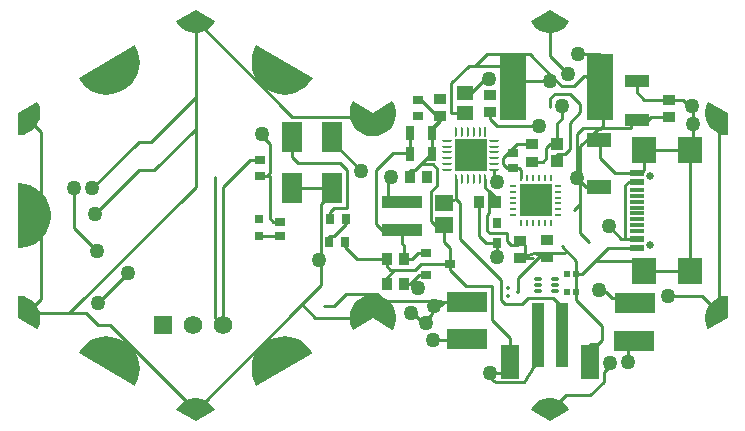
<source format=gbr>
G04*
G04 #@! TF.GenerationSoftware,Altium Limited,Altium Designer,25.8.1 (18)*
G04*
G04 Layer_Physical_Order=1*
G04 Layer_Color=255*
%FSLAX44Y44*%
%MOMM*%
G71*
G04*
G04 #@! TF.SameCoordinates,1DE417C5-642A-4503-87AC-C91C357E1F8F*
G04*
G04*
G04 #@! TF.FilePolarity,Positive*
G04*
G01*
G75*
%ADD15C,0.2540*%
%ADD18R,2.0500X1.1000*%
%ADD19R,0.2500X0.6000*%
%ADD20R,0.6000X0.2500*%
%ADD21R,2.7000X2.7000*%
G04:AMPARAMS|DCode=22|XSize=1mm|YSize=1mm|CornerRadius=0.5mm|HoleSize=0mm|Usage=FLASHONLY|Rotation=30.000|XOffset=0mm|YOffset=0mm|HoleType=Round|Shape=RoundedRectangle|*
%AMROUNDEDRECTD22*
21,1,1.0000,0.0000,0,0,30.0*
21,1,0.0000,1.0000,0,0,30.0*
1,1,1.0000,0.0000,0.0000*
1,1,1.0000,0.0000,0.0000*
1,1,1.0000,0.0000,0.0000*
1,1,1.0000,0.0000,0.0000*
%
%ADD22ROUNDEDRECTD22*%
%ADD23R,1.0500X1.0000*%
G04:AMPARAMS|DCode=24|XSize=1mm|YSize=1mm|CornerRadius=0.5mm|HoleSize=0mm|Usage=FLASHONLY|Rotation=90.000|XOffset=0mm|YOffset=0mm|HoleType=Round|Shape=RoundedRectangle|*
%AMROUNDEDRECTD24*
21,1,1.0000,0.0000,0,0,90.0*
21,1,0.0000,1.0000,0,0,90.0*
1,1,1.0000,0.0000,0.0000*
1,1,1.0000,0.0000,0.0000*
1,1,1.0000,0.0000,0.0000*
1,1,1.0000,0.0000,0.0000*
%
%ADD24ROUNDEDRECTD24*%
%ADD25R,1.0500X0.9500*%
G04:AMPARAMS|DCode=26|XSize=1mm|YSize=1mm|CornerRadius=0.5mm|HoleSize=0mm|Usage=FLASHONLY|Rotation=330.000|XOffset=0mm|YOffset=0mm|HoleType=Round|Shape=RoundedRectangle|*
%AMROUNDEDRECTD26*
21,1,1.0000,0.0000,0,0,330.0*
21,1,0.0000,1.0000,0,0,330.0*
1,1,1.0000,0.0000,0.0000*
1,1,1.0000,0.0000,0.0000*
1,1,1.0000,0.0000,0.0000*
1,1,1.0000,0.0000,0.0000*
%
%ADD26ROUNDEDRECTD26*%
%ADD27R,1.7500X2.6500*%
%ADD28R,1.0000X5.5000*%
%ADD29R,1.6000X3.0000*%
%ADD30R,0.8500X0.7500*%
%ADD31R,2.3000X5.6000*%
%ADD32R,0.8000X0.9000*%
%ADD33R,2.1000X1.2700*%
%ADD34R,3.4300X1.7800*%
%ADD35R,0.5153X0.4725*%
G04:AMPARAMS|DCode=36|XSize=0.67mm|YSize=0.3mm|CornerRadius=0.0495mm|HoleSize=0mm|Usage=FLASHONLY|Rotation=0.000|XOffset=0mm|YOffset=0mm|HoleType=Round|Shape=RoundedRectangle|*
%AMROUNDEDRECTD36*
21,1,0.6700,0.2010,0,0,0.0*
21,1,0.5710,0.3000,0,0,0.0*
1,1,0.0990,0.2855,-0.1005*
1,1,0.0990,-0.2855,-0.1005*
1,1,0.0990,-0.2855,0.1005*
1,1,0.0990,0.2855,0.1005*
%
%ADD36ROUNDEDRECTD36*%
G04:AMPARAMS|DCode=37|XSize=0.3mm|YSize=0.3mm|CornerRadius=0.0495mm|HoleSize=0mm|Usage=FLASHONLY|Rotation=270.000|XOffset=0mm|YOffset=0mm|HoleType=Round|Shape=RoundedRectangle|*
%AMROUNDEDRECTD37*
21,1,0.3000,0.2010,0,0,270.0*
21,1,0.2010,0.3000,0,0,270.0*
1,1,0.0990,-0.1005,-0.1005*
1,1,0.0990,-0.1005,0.1005*
1,1,0.0990,0.1005,0.1005*
1,1,0.0990,0.1005,-0.1005*
%
%ADD37ROUNDEDRECTD37*%
%ADD38R,0.9000X0.8000*%
%ADD39R,0.9500X1.0500*%
%ADD40R,1.5000X1.4000*%
%ADD41R,0.2393X0.8291*%
G04:AMPARAMS|DCode=42|XSize=0.8291mm|YSize=0.2393mm|CornerRadius=0.1196mm|HoleSize=0mm|Usage=FLASHONLY|Rotation=270.000|XOffset=0mm|YOffset=0mm|HoleType=Round|Shape=RoundedRectangle|*
%AMROUNDEDRECTD42*
21,1,0.8291,0.0000,0,0,270.0*
21,1,0.5898,0.2393,0,0,270.0*
1,1,0.2393,0.0000,-0.2949*
1,1,0.2393,0.0000,0.2949*
1,1,0.2393,0.0000,0.2949*
1,1,0.2393,0.0000,-0.2949*
%
%ADD42ROUNDEDRECTD42*%
G04:AMPARAMS|DCode=43|XSize=0.2393mm|YSize=0.8291mm|CornerRadius=0.1196mm|HoleSize=0mm|Usage=FLASHONLY|Rotation=270.000|XOffset=0mm|YOffset=0mm|HoleType=Round|Shape=RoundedRectangle|*
%AMROUNDEDRECTD43*
21,1,0.2393,0.5898,0,0,270.0*
21,1,0.0000,0.8291,0,0,270.0*
1,1,0.2393,-0.2949,0.0000*
1,1,0.2393,-0.2949,0.0000*
1,1,0.2393,0.2949,0.0000*
1,1,0.2393,0.2949,0.0000*
%
%ADD43ROUNDEDRECTD43*%
%ADD44R,1.4562X1.2546*%
%ADD45R,0.8121X0.6587*%
%ADD46R,0.7000X1.3000*%
%ADD47R,0.8900X0.6400*%
%ADD48R,0.6587X0.8121*%
%ADD49R,1.1500X0.3000*%
%ADD50R,1.1500X0.6000*%
%ADD51R,2.0000X2.1800*%
%ADD52R,3.4000X0.9800*%
%ADD53R,0.9500X0.8000*%
%ADD54R,0.8000X0.8000*%
%ADD64R,2.8000X2.8000*%
%ADD67C,0.6500*%
%ADD68C,1.5700*%
%ADD69R,1.5700X1.5700*%
%ADD71C,1.2700*%
G36*
X163910Y164387D02*
X163116Y162923D01*
X161034Y160324D01*
X158522Y158138D01*
X155660Y156435D01*
X152541Y155268D01*
X149264Y154675D01*
X145934D01*
X142657Y155268D01*
X139538Y156435D01*
X136677Y158138D01*
X134165Y160324D01*
X132082Y162923D01*
X131289Y164387D01*
X131289Y164387D01*
X147599Y173778D01*
X163910Y164387D01*
D02*
G37*
G36*
X-136089D02*
X-136883Y162923D01*
X-138966Y160324D01*
X-141478Y158138D01*
X-144339Y156435D01*
X-147458Y155268D01*
X-150735Y154675D01*
X-154065D01*
X-157342Y155268D01*
X-160461Y156435D01*
X-163322Y158138D01*
X-165834Y160324D01*
X-167917Y162923D01*
X-168711Y164387D01*
X-168710Y164387D01*
X-152400Y173778D01*
X-136089Y164387D01*
D02*
G37*
G36*
X-53382Y116601D02*
X-54443Y114685D01*
X-57145Y111236D01*
X-60359Y108258D01*
X-64004Y105827D01*
X-67987Y104003D01*
X-72209Y102831D01*
X-76563Y102343D01*
X-80940Y102550D01*
X-85228Y103447D01*
X-89321Y105010D01*
X-93115Y107202D01*
X-96514Y109967D01*
X-99432Y113234D01*
X-101798Y116923D01*
X-103549Y120939D01*
X-104643Y125181D01*
X-105052Y129543D01*
X-104766Y133915D01*
X-103791Y138187D01*
X-102153Y142250D01*
X-101023Y144127D01*
X-101023D01*
X-53382Y116601D01*
D02*
G37*
G36*
X-202692Y142205D02*
X-201056Y138140D01*
X-200084Y133868D01*
X-199801Y129496D01*
X-200212Y125134D01*
X-201309Y120892D01*
X-203063Y116877D01*
X-205431Y113190D01*
X-208351Y109925D01*
X-211752Y107162D01*
X-215547Y104973D01*
X-219641Y103411D01*
X-223930Y102517D01*
X-228307Y102313D01*
X-232660Y102804D01*
X-236882Y103978D01*
X-240864Y105805D01*
X-244507Y108239D01*
X-247719Y111219D01*
X-250419Y114669D01*
X-251479Y116586D01*
X-251479Y116586D01*
X-203821Y144082D01*
X-202692Y142205D01*
D02*
G37*
G36*
X298130Y86890D02*
X298152Y68069D01*
X296488Y68025D01*
X293196Y68529D01*
X290047Y69612D01*
X287141Y71238D01*
X284571Y73355D01*
X282419Y75897D01*
X280753Y78781D01*
X279629Y81915D01*
X279080Y85200D01*
X279125Y88529D01*
X279762Y91798D01*
X280971Y94901D01*
X281842Y96320D01*
X281842D01*
X298130Y86890D01*
D02*
G37*
G36*
X-285738Y94901D02*
X-284529Y91798D01*
X-283892Y88529D01*
X-283847Y85200D01*
X-284396Y81915D01*
X-285521Y78781D01*
X-287186Y75897D01*
X-289338Y73355D01*
X-291908Y71238D01*
X-294814Y69612D01*
X-297964Y68529D01*
X-301255Y68025D01*
X-302920Y68069D01*
Y68069D01*
X-302897Y86890D01*
X-286609Y96320D01*
X-285738Y94901D01*
D02*
G37*
G36*
X-2400Y87176D02*
X14278Y96781D01*
X15189Y95288D01*
X16452Y92025D01*
X17114Y88590D01*
X17155Y85092D01*
X16573Y81642D01*
X15387Y78351D01*
X13634Y75323D01*
X11371Y72655D01*
X8669Y70432D01*
X5615Y68726D01*
X2306Y67589D01*
X-1152Y67059D01*
X-2400Y67093D01*
X-3649Y67059D01*
X-7107Y67589D01*
X-10416Y68726D01*
X-13470Y70432D01*
X-16171Y72655D01*
X-18435Y75323D01*
X-20187Y78351D01*
X-21374Y81642D01*
X-21956Y85092D01*
X-21915Y88590D01*
X-21253Y92025D01*
X-19990Y95288D01*
X-19079Y96781D01*
Y96781D01*
X-2400Y87176D01*
D02*
G37*
G36*
X-296410Y26904D02*
X-292224Y25609D01*
X-288296Y23669D01*
X-284724Y21131D01*
X-281599Y18060D01*
X-278999Y14534D01*
X-276990Y10640D01*
X-275622Y6478D01*
X-274930Y2152D01*
X-274932Y-2230D01*
X-275626Y-6556D01*
X-276997Y-10717D01*
X-279008Y-14609D01*
X-281610Y-18134D01*
X-284737Y-21203D01*
X-288311Y-23738D01*
X-292240Y-25676D01*
X-296427Y-26968D01*
X-300765Y-27581D01*
X-302955Y-27541D01*
Y-27541D01*
X-302938Y27480D01*
X-300748Y27520D01*
X-296410Y26904D01*
D02*
G37*
G36*
X2306Y-67589D02*
X5615Y-68726D01*
X8669Y-70432D01*
X11371Y-72655D01*
X13634Y-75323D01*
X15387Y-78351D01*
X16573Y-81642D01*
X17155Y-85092D01*
X17114Y-88590D01*
X16452Y-92025D01*
X15189Y-95288D01*
X14278Y-96781D01*
X-2400Y-87176D01*
X-19079Y-96781D01*
X-19990Y-95288D01*
X-21253Y-92025D01*
X-21915Y-88590D01*
X-21956Y-85092D01*
X-21374Y-81642D01*
X-20187Y-78351D01*
X-18435Y-75323D01*
X-16171Y-72655D01*
X-13470Y-70432D01*
X-10416Y-68726D01*
X-7107Y-67589D01*
X-3649Y-67059D01*
X-2400Y-67093D01*
X-1152Y-67059D01*
X2306Y-67589D01*
D02*
G37*
G36*
X298152Y-68069D02*
X298152Y-68069D01*
X298130Y-86890D01*
X281842Y-96320D01*
X280971Y-94901D01*
X279762Y-91798D01*
X279125Y-88529D01*
X279080Y-85200D01*
X279629Y-81915D01*
X280753Y-78781D01*
X282419Y-75897D01*
X284571Y-73355D01*
X287141Y-71238D01*
X290047Y-69612D01*
X293196Y-68529D01*
X296488Y-68025D01*
X298152Y-68069D01*
D02*
G37*
G36*
X-297964Y-68529D02*
X-294814Y-69612D01*
X-291908Y-71238D01*
X-289338Y-73355D01*
X-287186Y-75897D01*
X-285521Y-78781D01*
X-284396Y-81915D01*
X-283847Y-85200D01*
X-283892Y-88529D01*
X-284529Y-91798D01*
X-285738Y-94901D01*
X-286609Y-96320D01*
X-286609Y-96320D01*
X-302897Y-86890D01*
X-302920Y-68069D01*
X-301255Y-68025D01*
X-297964Y-68529D01*
D02*
G37*
G36*
X14278Y-96781D02*
X14278D01*
D01*
X14278D01*
D02*
G37*
G36*
X-72140Y-102804D02*
X-67918Y-103978D01*
X-63936Y-105805D01*
X-60293Y-108239D01*
X-57081Y-111219D01*
X-54381Y-114669D01*
X-53321Y-116586D01*
X-100979Y-144082D01*
X-102108Y-142205D01*
X-103744Y-138140D01*
X-104716Y-133868D01*
X-105000Y-129496D01*
X-104588Y-125134D01*
X-103491Y-120892D01*
X-101737Y-116877D01*
X-99369Y-113190D01*
X-96449Y-109925D01*
X-93048Y-107162D01*
X-89253Y-104973D01*
X-85159Y-103411D01*
X-80870Y-102517D01*
X-76493Y-102313D01*
X-72140Y-102804D01*
D02*
G37*
G36*
X-223860Y-102550D02*
X-219572Y-103447D01*
X-215479Y-105011D01*
X-211685Y-107202D01*
X-208286Y-109967D01*
X-205368Y-113234D01*
X-203002Y-116923D01*
X-201251Y-120939D01*
X-200157Y-125181D01*
X-199748Y-129543D01*
X-200034Y-133915D01*
X-201009Y-138187D01*
X-202647Y-142250D01*
X-203777Y-144127D01*
Y-144127D01*
X-251418Y-116601D01*
X-250357Y-114685D01*
X-247655Y-111236D01*
X-244441Y-108259D01*
X-240796Y-105827D01*
X-236813Y-104003D01*
X-232591Y-102831D01*
X-228237Y-102343D01*
X-223860Y-102550D01*
D02*
G37*
G36*
X152541Y-155268D02*
X155660Y-156435D01*
X158522Y-158139D01*
X161034Y-160324D01*
X163116Y-162923D01*
X163910Y-164387D01*
X147599Y-173778D01*
X131289Y-164387D01*
X132082Y-162923D01*
X134165Y-160324D01*
X136677Y-158139D01*
X139538Y-156435D01*
X142657Y-155268D01*
X145934Y-154675D01*
X149264D01*
X152541Y-155268D01*
D02*
G37*
G36*
X-147458D02*
X-144339Y-156435D01*
X-141478Y-158139D01*
X-138966Y-160324D01*
X-136883Y-162923D01*
X-136089Y-164387D01*
X-152400Y-173778D01*
X-168711Y-164387D01*
X-167917Y-162923D01*
X-165834Y-160324D01*
X-163322Y-158139D01*
X-160461Y-156435D01*
X-157342Y-155268D01*
X-154065Y-154675D01*
X-150735D01*
X-147458Y-155268D01*
D02*
G37*
D15*
X-239941Y22954D02*
X-200684Y62211D01*
X-190264D01*
X-255344Y-10876D02*
X-235816Y-30404D01*
X-255344Y-10876D02*
Y23504D01*
X-237741Y1501D02*
X-200679Y38562D01*
X-187243D01*
X-190264Y62211D02*
X-152400Y100075D01*
X-187243Y38562D02*
X-152400Y73405D01*
X173143Y31926D02*
Y58516D01*
Y29108D02*
Y31926D01*
Y9321D02*
Y29108D01*
X178054Y24196D02*
X189532D01*
X170325Y31926D02*
Y68579D01*
Y31926D02*
X173143Y29108D01*
X178054Y24196D01*
X29464Y-58343D02*
X37133Y-50675D01*
X190126Y73587D02*
X190706Y74167D01*
X23795Y-58343D02*
X29464D01*
X96666Y-132951D02*
X98384Y-134670D01*
X38328Y-41175D02*
X63078D01*
X33020Y-46483D02*
X38328Y-41175D01*
X32434Y-58343D02*
X35814Y-61723D01*
X37133Y-50675D02*
X43078D01*
X190706Y74167D02*
X216408D01*
X175913D02*
X190706D01*
X188214Y73587D02*
X190126D01*
X29464Y-58343D02*
X32434D01*
X170325Y68579D02*
X175913Y74167D01*
X173143Y58516D02*
X188214Y73587D01*
X15494Y-46483D02*
X33020D01*
X98384Y-134670D02*
Y-134670D01*
X42527Y-88440D02*
X47734Y-83233D01*
X31854Y-82655D02*
X40389Y-91189D01*
X51262Y-77777D02*
X54019D01*
X42527Y-89270D02*
Y-88440D01*
Y-91189D02*
Y-89270D01*
X47734Y-83233D02*
Y-81305D01*
X29716Y-82655D02*
X31854D01*
X42527Y-88440D02*
X47734Y-83233D01*
X52427Y-76612D02*
X52435D01*
X40389Y-91189D02*
X42527D01*
Y-89270D02*
Y-88440D01*
X47734Y-83233D02*
Y-81305D01*
X51262Y-77777D01*
X47734Y-81305D02*
X52427Y-76612D01*
X54019D02*
Y-76553D01*
X52435Y-76612D02*
X54019D01*
X48948Y-105401D02*
X77152D01*
X77687Y-104866D01*
X53228Y-75820D02*
X55626Y-73421D01*
X52435Y-76612D02*
X53228Y-75820D01*
X49678Y-76612D02*
X52435D01*
X7733Y-72505D02*
X49678D01*
X54371Y-76201D02*
X55626D01*
X49678Y-72505D02*
X55626D01*
X54019Y-76553D02*
X54371Y-76201D01*
X55626Y-73421D02*
Y-72505D01*
X219161Y-38931D02*
X227120Y-46890D01*
X174734Y-49906D02*
X185709Y-38931D01*
X219161D01*
X185709D02*
X196850Y-27790D01*
X199804Y-69687D02*
X214454D01*
X191344Y-65079D02*
X195195D01*
X189400Y-63134D02*
X191344Y-65079D01*
X195195D02*
X199804Y-69687D01*
X214454D02*
X219276Y-74509D01*
X102151Y-141083D02*
X124909D01*
X125340Y-140652D01*
X133800Y-127804D01*
X137530Y-101574D01*
X98384Y-134670D02*
X99872Y-133182D01*
X106800D01*
X113530Y-124074D01*
X97333Y-137825D02*
Y-135721D01*
Y-137825D02*
X98821Y-139313D01*
X102151Y-141083D01*
X97333Y-135721D02*
X98384Y-134670D01*
X113530Y-124074D02*
Y-103371D01*
X160985Y-152212D02*
X181780D01*
X147998Y-165199D02*
X160985Y-152212D01*
X181780D02*
X193340Y-140652D01*
X147599Y-165199D02*
X147998D01*
X193340Y-132880D02*
X198420Y-127800D01*
X193340Y-140652D02*
Y-132880D01*
X213609Y-123810D02*
Y-110681D01*
X198420Y-127800D02*
Y-125050D01*
X213609Y-110681D02*
X218405Y-105886D01*
X169537Y-64875D02*
Y-57659D01*
Y-71748D02*
X191770Y-93981D01*
X169537Y-71748D02*
Y-64875D01*
X191770Y-105411D02*
Y-93981D01*
X226959Y98160D02*
X259970D01*
X181530Y-108967D02*
X188214D01*
X181530Y-124074D02*
Y-108967D01*
X188214D02*
X191770Y-105411D01*
X247985Y-68360D02*
X276460D01*
X290700Y-82601D01*
X268888Y57779D02*
Y77688D01*
X266419Y55310D02*
X268888Y57779D01*
X268486Y78091D02*
Y92394D01*
Y78091D02*
X268888Y77688D01*
X268083Y92796D02*
X268486Y92394D01*
X266419Y-46890D02*
Y55310D01*
X265334Y92796D02*
X268083D01*
X259970Y98160D02*
X265334Y92796D01*
X-95768Y66887D02*
Y69043D01*
X-89662Y35559D02*
Y60781D01*
X-95768Y66887D02*
X-89662Y60781D01*
X220980Y104139D02*
Y114080D01*
X190246Y60634D02*
Y63796D01*
Y48259D02*
Y60634D01*
X187453Y63427D02*
X190246Y60634D01*
X153565Y52187D02*
X160796D01*
X134130Y-32103D02*
X160054D01*
X126746Y-34416D02*
Y-25311D01*
Y-35695D02*
Y-34416D01*
X134130Y-32103D01*
X122664Y-35695D02*
X126746Y-34416D01*
X96012Y2031D02*
Y20319D01*
X54931Y80166D02*
Y80605D01*
X48169Y52164D02*
Y73405D01*
X44196Y49275D02*
X48169D01*
X38100Y43179D02*
X44196Y49275D01*
X33020Y38099D02*
X38100Y43179D01*
X29179Y38099D02*
X33020D01*
X-92207Y33014D02*
X-89662D01*
X-98154D02*
X-92207D01*
X96012Y20319D02*
X101885Y14446D01*
X92964Y23367D02*
X96012Y20319D01*
X12597Y-46483D02*
X15494D01*
X-152400Y73405D02*
Y100075D01*
Y24333D02*
Y73405D01*
X-46482Y-59281D02*
Y-38101D01*
Y9342D01*
X-259334Y-82601D02*
X-245057D01*
X216408Y74167D02*
Y81080D01*
X190706Y74167D02*
X192738Y76199D01*
X173143Y-15156D02*
Y9321D01*
X130556Y136651D02*
X150495Y116712D01*
X157734Y109473D01*
X116345Y114045D02*
Y126745D01*
Y136651D02*
X130556D01*
X94488D02*
X116345D01*
X84582Y126745D02*
X116345D01*
Y114045D02*
X147828D01*
X10414Y11684D02*
Y29717D01*
X29169Y52577D02*
Y69321D01*
Y52164D02*
Y52577D01*
X14732D02*
X29169D01*
X58406Y-73421D02*
X77289D01*
X55626D02*
X58406D01*
X55626Y-76201D02*
Y-73421D01*
Y-76201D02*
X58406Y-73421D01*
X-39317Y-17781D02*
X-35413D01*
X211582Y-19790D02*
X221369D01*
X208002D02*
X211582D01*
X171704Y136905D02*
X190345D01*
X134130Y-32103D02*
X145351Y-35296D01*
X170053Y-49906D02*
Y-38122D01*
X157666Y-25735D02*
X170053Y-38122D01*
X-48260Y-38101D02*
X-46482D01*
X-152400Y-165199D02*
X-62435Y-75234D01*
X-11938Y-77521D02*
X-1679D01*
X-21032Y-86615D02*
X-11938Y-77521D01*
X-51054Y-86615D02*
X-21032D01*
X-62435Y-75234D02*
X-51054Y-86615D01*
X-62435Y-75234D02*
X-46482Y-59281D01*
Y9342D02*
X-37030Y18795D01*
Y23388D01*
X-7723Y83565D02*
X-1679Y77521D01*
X-70766Y83565D02*
X-7723D01*
X-152400Y165199D02*
X-70766Y83565D01*
X153618Y60363D02*
Y77831D01*
X157988Y82201D01*
Y92709D01*
X147599Y135101D02*
X163068Y119633D01*
X147599Y135101D02*
Y165199D01*
X-152400Y100075D02*
Y165199D01*
X216408Y81080D02*
X221036D01*
X173143Y-15156D02*
X180848Y-22861D01*
X192738Y76199D02*
Y99059D01*
X184292Y104391D02*
Y111871D01*
X176530Y118109D02*
X178054D01*
X167894Y109473D02*
X176530Y118109D01*
X84582Y126745D02*
X94488Y136651D01*
X78994Y126745D02*
X84582D01*
X64262Y112013D02*
X78994Y126745D01*
X64262Y86923D02*
Y112013D01*
X168160Y4338D02*
X173143Y9321D01*
X188378Y103418D02*
X192738Y99059D01*
X185265Y103418D02*
X188378D01*
X184292Y104391D02*
X185265Y103418D01*
X178054Y118109D02*
X184292Y111871D01*
X157734Y109473D02*
X167894D01*
X64262Y86923D02*
X75508D01*
X116345Y108498D02*
Y114045D01*
X103156Y-35243D02*
Y-23617D01*
X58061Y10736D02*
X67989Y13798D01*
X-43982Y-76531D02*
X-35306D01*
X-24950Y-66174D01*
X1403D01*
X7733Y-72505D01*
X-135636Y-86546D02*
X-129178Y-93003D01*
X-135636Y-86546D02*
Y32400D01*
X227120Y38286D02*
Y55310D01*
X225044Y36210D02*
X227120Y38286D01*
X221369Y36210D02*
X225044D01*
X202295D02*
X221369D01*
X190246Y48259D02*
X202295Y36210D01*
X160796Y52187D02*
X164488Y55879D01*
Y78667D01*
X173228Y87407D01*
Y93979D01*
X164338Y102869D02*
X173228Y93979D01*
X151638Y102869D02*
X164338D01*
X147828Y99059D02*
X151638Y102869D01*
X147828Y92149D02*
Y99059D01*
X9295Y-58343D02*
Y-52682D01*
X15494Y-46483D01*
X92964Y31223D02*
X92989Y31249D01*
X94253Y272D02*
X96012Y2031D01*
X94253Y-12721D02*
Y272D01*
Y-12721D02*
X96774Y-15241D01*
X110998D01*
Y-21755D02*
Y-15241D01*
Y-21755D02*
X114554Y-25311D01*
X120947D01*
X133035Y-35695D02*
X133458Y-36118D01*
X126746Y-35695D02*
X133035D01*
X120132Y60187D02*
X132601D01*
X108204Y48259D02*
X120132Y60187D01*
X108204Y43179D02*
Y48259D01*
Y43179D02*
X111339Y40044D01*
X116497D01*
X92648Y115569D02*
X95758D01*
X80518Y103439D02*
X92648Y115569D01*
X75508Y103439D02*
X80518D01*
X100135Y31182D02*
Y38394D01*
Y31182D02*
X103124Y28193D01*
Y75437D02*
X138176D01*
X96495Y82065D02*
X103124Y75437D01*
X96495Y82065D02*
Y87333D01*
X10414Y29717D02*
X12954Y32257D01*
X10414Y11684D02*
X22424D01*
X5334Y-12016D02*
X22424D01*
X254Y-6936D02*
X5334Y-12016D01*
X254Y-6936D02*
Y38099D01*
X14732Y52577D01*
X-37030Y62991D02*
X-11938Y37899D01*
X-37030Y62991D02*
Y66387D01*
X197358Y-9145D02*
X208002Y-19790D01*
X190345Y108498D02*
Y136905D01*
X101885Y11118D02*
Y14446D01*
X92964Y23367D02*
Y31223D01*
X211582Y-19790D02*
Y25399D01*
X214393Y28210D01*
X221369D01*
X-295468Y-82601D02*
X-259334D01*
X-152400Y24333D01*
X-106426Y47014D02*
X-98154D01*
X-129178Y24261D02*
X-106426Y47014D01*
X-129178Y-93003D02*
Y24261D01*
X170053Y-49906D02*
X174734D01*
X196850Y-27790D02*
X221369D01*
X-234950Y-74423D02*
X-209296Y-48769D01*
X-225007Y-92592D02*
X-152400Y-165199D01*
X-235066Y-92592D02*
X-225007D01*
X-245057Y-82601D02*
X-235066Y-92592D01*
X-92207Y33014D02*
X-89662Y35559D01*
X49918Y-8264D02*
X58061D01*
X46736Y-5081D02*
X49918Y-8264D01*
X46736Y-5081D02*
Y19811D01*
X52324Y25399D01*
Y39532D01*
X48677Y43179D02*
X52324Y39532D01*
X38100Y43179D02*
X48677D01*
X120546Y-64665D02*
Y-53341D01*
X138590Y-35296D01*
X145351D01*
X63078Y-46315D02*
Y-41175D01*
Y-46315D02*
X76454Y-59691D01*
X98487D01*
Y-88328D02*
Y-59691D01*
Y-88328D02*
X113530Y-103371D01*
X67989Y13798D02*
Y31249D01*
Y13798D02*
X71120Y10667D01*
Y-19813D02*
Y10667D01*
Y-19813D02*
X105918Y-54611D01*
Y-71375D02*
Y-54611D01*
Y-71375D02*
X109474Y-74931D01*
X123952D01*
X128778Y-70105D01*
X149910D01*
X157530Y-77725D01*
Y-101574D02*
Y-77725D01*
X233466Y83660D02*
X248057D01*
X230886Y81080D02*
X233466Y83660D01*
X221036Y81080D02*
X230886D01*
X189532Y63796D02*
X190246D01*
X147574Y60363D02*
X153618D01*
X144526Y57316D02*
X147574Y60363D01*
X144526Y48259D02*
Y57316D01*
X141954Y45687D02*
X144526Y48259D01*
X132601Y45687D02*
X141954D01*
X123104Y31695D02*
Y38606D01*
X121666Y40044D02*
X123104Y38606D01*
X116497Y40044D02*
X121666D01*
X-87023Y-5180D02*
X-81026D01*
X-89662Y-2541D02*
X-87023Y-5180D01*
X-89662Y-2541D02*
Y33014D01*
X220980Y114080D02*
X221036D01*
X220980Y104139D02*
X226959Y98160D01*
X54931Y80605D02*
Y84466D01*
X47985Y73659D02*
X54931Y80605D01*
X47985Y70031D02*
Y73659D01*
X51788Y84466D02*
X54931D01*
X38608Y97647D02*
X51788Y84466D01*
X35806Y97647D02*
X38608D01*
X-25783Y-27051D02*
Y-22286D01*
Y-27051D02*
X-15598Y-37236D01*
X9295D01*
Y-43181D02*
Y-37236D01*
Y-43181D02*
X12597Y-46483D01*
X63078Y-41175D02*
Y-27433D01*
X58061Y-22416D02*
X63078Y-27433D01*
X58061Y-22416D02*
Y-8264D01*
X48169Y49275D02*
Y52164D01*
X29179Y32711D02*
Y38099D01*
X48169Y73405D02*
X54931Y80166D01*
X227120Y-46890D02*
X266419D01*
X227120Y55310D02*
X266419D01*
X170053Y-57143D02*
Y-49906D01*
X169537Y-57659D02*
X170053Y-57143D01*
X-98806Y-17660D02*
X-90170D01*
X-90150Y-17680D01*
X-81026D01*
X-71123Y23388D02*
X-37030D01*
X-295468Y-82601D02*
X-283464Y-70597D01*
Y70597D01*
X-295468Y82601D02*
X-283464Y70597D01*
X290700Y-82601D02*
Y82601D01*
X93829Y-23617D02*
X103156D01*
X87385Y-17173D02*
X93829Y-23617D01*
X87385Y-17173D02*
Y11118D01*
X22424Y-24031D02*
Y-12016D01*
Y-24031D02*
X23795Y-25401D01*
Y-37236D02*
Y-25401D01*
Y-37236D02*
X30480D01*
X36041Y-31674D01*
X43078D01*
X28985Y70031D02*
X29169Y69321D01*
X-38788Y-2891D02*
Y2614D01*
X-35306Y6095D01*
X-24384D01*
Y38353D01*
X-30226Y44195D02*
X-24384Y38353D01*
X-65786Y44195D02*
X-30226D01*
X-71123Y49531D02*
X-65786Y44195D01*
X-71123Y49531D02*
Y66387D01*
X-39317Y-22286D02*
Y-17781D01*
X-35413D02*
X-25253Y-7621D01*
Y-2891D01*
D18*
X221036Y81080D02*
D03*
Y114080D02*
D03*
D19*
X148104Y31695D02*
D03*
X143103D02*
D03*
X138104D02*
D03*
X133103D02*
D03*
X128103D02*
D03*
X123104D02*
D03*
Y-6305D02*
D03*
X128103D02*
D03*
X133103D02*
D03*
X138104D02*
D03*
X143103D02*
D03*
X148104D02*
D03*
D20*
X116604Y25195D02*
D03*
Y20194D02*
D03*
Y15195D02*
D03*
Y10194D02*
D03*
Y5195D02*
D03*
Y194D02*
D03*
X154604D02*
D03*
Y5195D02*
D03*
Y10194D02*
D03*
Y15195D02*
D03*
Y20194D02*
D03*
Y25195D02*
D03*
D21*
X135603Y12694D02*
D03*
D22*
X290700Y82601D02*
D03*
X-295468Y-82601D02*
D03*
X-223901Y-123901D02*
D03*
X-80899Y123901D02*
D03*
D23*
X153618Y60363D02*
D03*
Y46364D02*
D03*
D24*
X147599Y165199D02*
D03*
Y-165199D02*
D03*
X-1679Y77521D02*
D03*
X-152400Y165199D02*
D03*
X-1679Y-77521D02*
D03*
X-152400Y-165199D02*
D03*
X-80899Y-123901D02*
D03*
X-223901Y123901D02*
D03*
D25*
X132601Y45687D02*
D03*
Y60187D02*
D03*
X122664Y-35695D02*
D03*
Y-21195D02*
D03*
X145351Y-35296D02*
D03*
Y-20797D02*
D03*
X248057Y83660D02*
D03*
Y98160D02*
D03*
X54931Y84466D02*
D03*
Y98966D02*
D03*
X96495Y87333D02*
D03*
Y101833D02*
D03*
D26*
X290700Y-82601D02*
D03*
X-295468Y82601D02*
D03*
X-295501Y-0D02*
D03*
D27*
X-37030Y23388D02*
D03*
X-71123D02*
D03*
X-37030Y66387D02*
D03*
X-71123D02*
D03*
D28*
X157530Y-101574D02*
D03*
X137530D02*
D03*
D29*
X181530Y-124074D02*
D03*
X113530D02*
D03*
D30*
X116497Y40044D02*
D03*
Y52544D02*
D03*
D31*
X190345Y108498D02*
D03*
X116345D02*
D03*
D32*
X103156Y-23617D02*
D03*
Y-6617D02*
D03*
D33*
X189532Y24196D02*
D03*
Y63796D02*
D03*
D34*
X218405Y-105886D02*
D03*
X219276Y-74509D02*
D03*
X77289Y-73421D02*
D03*
X77687Y-104866D02*
D03*
D35*
X161966Y-64875D02*
D03*
X169537D02*
D03*
X162482Y-49906D02*
D03*
X170053D02*
D03*
D36*
X137155Y-53695D02*
D03*
Y-58695D02*
D03*
Y-63695D02*
D03*
X151955D02*
D03*
Y-58695D02*
D03*
Y-53695D02*
D03*
D37*
X112046Y-61165D02*
D03*
X120546Y-64665D02*
D03*
X112046Y-68165D02*
D03*
D38*
X43078Y-31674D02*
D03*
Y-50675D02*
D03*
X63078Y-41175D02*
D03*
D39*
X101885Y11118D02*
D03*
X87385D02*
D03*
X9295Y-37236D02*
D03*
X23795D02*
D03*
X9295Y-58343D02*
D03*
X23795D02*
D03*
X29179Y32711D02*
D03*
X43679D02*
D03*
D40*
X58061Y-8264D02*
D03*
Y10736D02*
D03*
D41*
X92989Y70540D02*
D03*
D42*
X87989D02*
D03*
X82989D02*
D03*
X77989D02*
D03*
X72989D02*
D03*
X67989D02*
D03*
Y31249D02*
D03*
X72989D02*
D03*
X77989D02*
D03*
X82989D02*
D03*
X87989D02*
D03*
X92989D02*
D03*
D43*
X60844Y63394D02*
D03*
Y58394D02*
D03*
Y53394D02*
D03*
Y48394D02*
D03*
Y43394D02*
D03*
Y38394D02*
D03*
X100135D02*
D03*
Y43394D02*
D03*
Y48394D02*
D03*
Y53394D02*
D03*
Y58394D02*
D03*
Y63394D02*
D03*
D44*
X75508Y86923D02*
D03*
Y103439D02*
D03*
D45*
X35806Y84113D02*
D03*
Y97647D02*
D03*
D46*
X28985Y70031D02*
D03*
X47985D02*
D03*
X29169Y52164D02*
D03*
X48169D02*
D03*
D47*
X-98154Y47014D02*
D03*
Y33014D02*
D03*
D48*
X-38788Y-2891D02*
D03*
X-25253D02*
D03*
X-39317Y-22286D02*
D03*
X-25783D02*
D03*
D49*
X221369Y21710D02*
D03*
Y16710D02*
D03*
Y11710D02*
D03*
Y6710D02*
D03*
Y1710D02*
D03*
Y-3290D02*
D03*
Y-8290D02*
D03*
Y-13290D02*
D03*
D50*
Y28210D02*
D03*
Y-19790D02*
D03*
Y36210D02*
D03*
Y-27790D02*
D03*
D51*
X227120Y55310D02*
D03*
Y-46890D02*
D03*
X266419Y55310D02*
D03*
Y-46890D02*
D03*
D52*
X22424Y-12016D02*
D03*
Y11684D02*
D03*
D53*
X-81026Y-5180D02*
D03*
Y-17680D02*
D03*
D54*
X-98806Y-17660D02*
D03*
Y-2660D02*
D03*
D64*
X80489Y50894D02*
D03*
D67*
X232119Y33110D02*
D03*
Y-24690D02*
D03*
D68*
X-129178Y-93003D02*
D03*
X-154579D02*
D03*
D69*
X-179979D02*
D03*
D71*
X-237741Y1501D02*
D03*
X-239941Y22954D02*
D03*
X-255344Y23504D02*
D03*
X-235816Y-30404D02*
D03*
X170325Y31926D02*
D03*
X35814Y-61723D02*
D03*
X42527Y-91189D02*
D03*
X48948Y-105401D02*
D03*
X49678Y-76612D02*
D03*
X29716Y-82655D02*
D03*
X96666Y-132951D02*
D03*
X198420Y-125050D02*
D03*
X213609Y-123810D02*
D03*
X189400Y-63134D02*
D03*
X247985Y-68360D02*
D03*
X268888Y77688D02*
D03*
X268083Y92796D02*
D03*
X-95768Y69043D02*
D03*
X-48260Y-38101D02*
D03*
X157988Y92709D02*
D03*
X163068Y119633D02*
D03*
X147828Y114045D02*
D03*
X103156Y-35243D02*
D03*
X95758Y115569D02*
D03*
X103124Y28193D02*
D03*
X138176Y75437D02*
D03*
X12954Y32257D02*
D03*
X-11938Y37899D02*
D03*
X197358Y-9145D02*
D03*
X171704Y136905D02*
D03*
X-209296Y-48769D02*
D03*
X-234950Y-74423D02*
D03*
M02*

</source>
